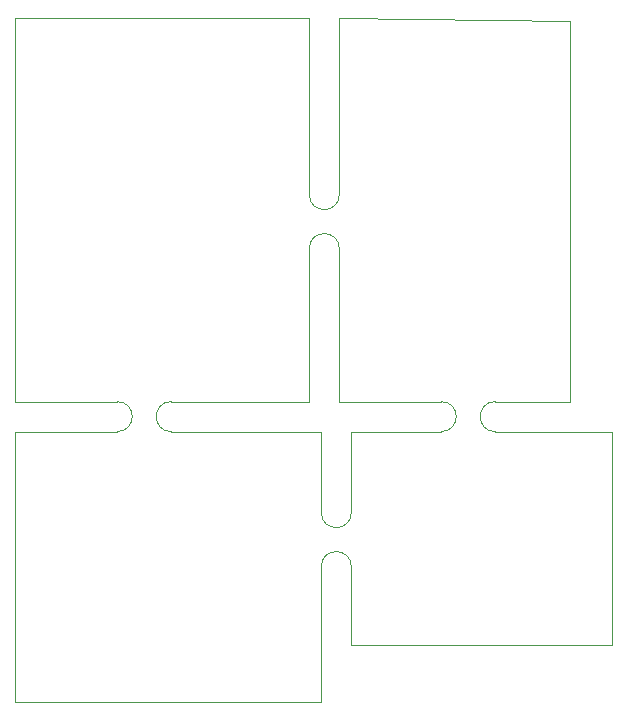
<source format=gbr>
G04 #@! TF.GenerationSoftware,KiCad,Pcbnew,(5.1.5)-3*
G04 #@! TF.CreationDate,2021-02-20T21:47:20+01:00*
G04 #@! TF.ProjectId,brievenbusmelder,62726965-7665-46e6-9275-736d656c6465,rev?*
G04 #@! TF.SameCoordinates,Original*
G04 #@! TF.FileFunction,Profile,NP*
%FSLAX46Y46*%
G04 Gerber Fmt 4.6, Leading zero omitted, Abs format (unit mm)*
G04 Created by KiCad (PCBNEW (5.1.5)-3) date 2021-02-20 21:47:20*
%MOMM*%
%LPD*%
G04 APERTURE LIST*
%ADD10C,0.050000*%
G04 APERTURE END LIST*
D10*
X73914000Y-68580000D02*
X64008000Y-68580000D01*
X73914000Y-86614000D02*
X73914000Y-68580000D01*
X51816000Y-86614000D02*
X73914000Y-86614000D01*
X51816000Y-80010000D02*
X51816000Y-86614000D01*
X70358000Y-66040000D02*
X64008000Y-66040000D01*
X70358000Y-33782000D02*
X70358000Y-66040000D01*
X50800000Y-33528000D02*
X70358000Y-33782000D01*
X50800000Y-48514000D02*
X50800000Y-33528000D01*
X50800000Y-66040000D02*
X50800000Y-53086000D01*
X59436000Y-66040000D02*
X50800000Y-66040000D01*
X64008000Y-68580000D02*
G75*
G02X64008000Y-66040000I0J1270000D01*
G01*
X59436000Y-66040000D02*
G75*
G02X59436000Y-68580000I0J-1270000D01*
G01*
X51816000Y-68580000D02*
X59436000Y-68580000D01*
X51816000Y-75438000D02*
X51816000Y-68580000D01*
X49276000Y-91440000D02*
X49276000Y-80010000D01*
X23368000Y-91440000D02*
X49276000Y-91440000D01*
X23368000Y-68580000D02*
X23368000Y-91440000D01*
X32004000Y-68580000D02*
X23368000Y-68580000D01*
X49276000Y-80010000D02*
G75*
G02X51816000Y-80010000I1270000J0D01*
G01*
X51816000Y-75438000D02*
G75*
G02X49276000Y-75438000I-1270000J0D01*
G01*
X49276000Y-68580000D02*
X49276000Y-75438000D01*
X36576000Y-68580000D02*
X49276000Y-68580000D01*
X48260000Y-33528000D02*
X48260000Y-48514000D01*
X23368000Y-33528000D02*
X48260000Y-33528000D01*
X23368000Y-66040000D02*
X23368000Y-33528000D01*
X32004000Y-66040000D02*
X23368000Y-66040000D01*
X48260000Y-53086000D02*
X48260000Y-66040000D01*
X36576000Y-66040000D02*
X48260000Y-66040000D01*
X36576000Y-68580000D02*
G75*
G02X36576000Y-66040000I0J1270000D01*
G01*
X32004000Y-66040000D02*
G75*
G02X32004000Y-68580000I0J-1270000D01*
G01*
X50800000Y-48514000D02*
G75*
G02X48260000Y-48514000I-1270000J0D01*
G01*
X48260000Y-53086000D02*
G75*
G02X50800000Y-53086000I1270000J0D01*
G01*
M02*

</source>
